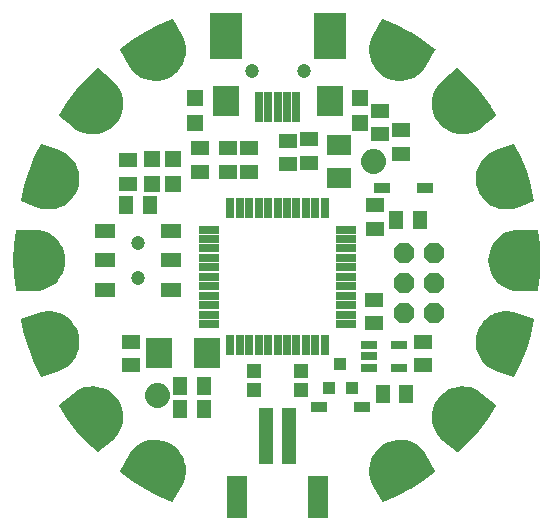
<source format=gbr>
G04 EAGLE Gerber RS-274X export*
G75*
%MOMM*%
%FSLAX34Y34*%
%LPD*%
%INSoldermask Top*%
%IPPOS*%
%AMOC8*
5,1,8,0,0,1.08239X$1,22.5*%
G01*
%ADD10R,1.603200X1.303200*%
%ADD11R,2.006200X1.803200*%
%ADD12R,1.403200X1.403200*%
%ADD13R,2.203200X2.603200*%
%ADD14R,1.303200X1.603200*%
%ADD15R,0.703200X1.703200*%
%ADD16R,1.703200X0.703200*%
%ADD17R,1.203200X1.203200*%
%ADD18R,0.703200X2.511200*%
%ADD19R,2.743200X4.013200*%
%ADD20C,1.203200*%
%ADD21R,1.203200X4.803200*%
%ADD22R,1.803200X3.603200*%
%ADD23R,1.403200X0.753200*%
%ADD24R,1.403200X0.903200*%
%ADD25C,2.743200*%
%ADD26P,1.869504X8X112.500000*%
%ADD27R,0.990600X1.092200*%
%ADD28R,1.703200X1.203200*%

G36*
X199436Y-98791D02*
X199436Y-98791D01*
X199460Y-98793D01*
X199545Y-98770D01*
X199632Y-98754D01*
X199653Y-98742D01*
X199677Y-98735D01*
X199749Y-98684D01*
X199825Y-98639D01*
X199840Y-98620D01*
X199860Y-98606D01*
X199944Y-98489D01*
X199965Y-98464D01*
X199966Y-98459D01*
X199970Y-98454D01*
X205862Y-87135D01*
X205870Y-87112D01*
X205886Y-87085D01*
X210769Y-75296D01*
X210774Y-75272D01*
X210788Y-75244D01*
X214625Y-63074D01*
X214628Y-63049D01*
X214639Y-63020D01*
X217401Y-50562D01*
X217402Y-50538D01*
X217410Y-50514D01*
X217407Y-50426D01*
X217410Y-50338D01*
X217403Y-50315D01*
X217402Y-50290D01*
X217368Y-50208D01*
X217341Y-50125D01*
X217326Y-50105D01*
X217316Y-50083D01*
X217256Y-50018D01*
X217201Y-49949D01*
X217180Y-49936D01*
X217164Y-49918D01*
X217037Y-49850D01*
X217009Y-49833D01*
X217004Y-49832D01*
X216999Y-49829D01*
X202678Y-44616D01*
X202658Y-44613D01*
X202635Y-44602D01*
X199150Y-43609D01*
X199112Y-43605D01*
X199061Y-43590D01*
X195470Y-43103D01*
X195432Y-43105D01*
X195380Y-43097D01*
X191756Y-43126D01*
X191718Y-43133D01*
X191666Y-43133D01*
X188083Y-43678D01*
X188047Y-43690D01*
X187994Y-43698D01*
X184525Y-44746D01*
X184491Y-44763D01*
X184441Y-44778D01*
X181156Y-46310D01*
X181125Y-46332D01*
X181077Y-46354D01*
X178044Y-48337D01*
X178017Y-48364D01*
X177972Y-48392D01*
X175252Y-50787D01*
X175229Y-50817D01*
X175189Y-50852D01*
X172837Y-53609D01*
X172818Y-53642D01*
X172784Y-53682D01*
X170849Y-56746D01*
X170834Y-56782D01*
X170806Y-56826D01*
X169327Y-60134D01*
X169318Y-60171D01*
X169296Y-60219D01*
X168302Y-63705D01*
X168299Y-63743D01*
X168284Y-63793D01*
X167797Y-67384D01*
X167798Y-67422D01*
X167791Y-67475D01*
X167820Y-71099D01*
X167827Y-71136D01*
X167827Y-71189D01*
X168371Y-74772D01*
X168382Y-74804D01*
X168383Y-74824D01*
X168387Y-74836D01*
X168391Y-74860D01*
X169439Y-78329D01*
X169457Y-78363D01*
X169472Y-78414D01*
X171003Y-81698D01*
X171025Y-81729D01*
X171047Y-81777D01*
X173031Y-84810D01*
X173057Y-84838D01*
X173085Y-84882D01*
X175480Y-87602D01*
X175510Y-87626D01*
X175545Y-87666D01*
X178302Y-90017D01*
X178335Y-90036D01*
X178375Y-90071D01*
X181440Y-92006D01*
X181475Y-92020D01*
X181519Y-92048D01*
X184828Y-93528D01*
X184847Y-93533D01*
X184870Y-93545D01*
X199191Y-98757D01*
X199215Y-98761D01*
X199237Y-98772D01*
X199324Y-98780D01*
X199412Y-98795D01*
X199436Y-98791D01*
G37*
G36*
X-191756Y43126D02*
X-191756Y43126D01*
X-191718Y43133D01*
X-191666Y43133D01*
X-188083Y43678D01*
X-188047Y43690D01*
X-187994Y43698D01*
X-184525Y44746D01*
X-184491Y44763D01*
X-184441Y44778D01*
X-181156Y46310D01*
X-181125Y46332D01*
X-181077Y46354D01*
X-178044Y48337D01*
X-178017Y48364D01*
X-177972Y48392D01*
X-175252Y50787D01*
X-175229Y50817D01*
X-175189Y50852D01*
X-172837Y53609D01*
X-172818Y53642D01*
X-172784Y53682D01*
X-170849Y56746D01*
X-170834Y56782D01*
X-170806Y56826D01*
X-169327Y60134D01*
X-169318Y60171D01*
X-169296Y60219D01*
X-168302Y63705D01*
X-168299Y63743D01*
X-168284Y63793D01*
X-167797Y67384D01*
X-167798Y67422D01*
X-167791Y67475D01*
X-167820Y71099D01*
X-167827Y71136D01*
X-167827Y71189D01*
X-168371Y74772D01*
X-168383Y74808D01*
X-168391Y74860D01*
X-169439Y78329D01*
X-169457Y78363D01*
X-169472Y78414D01*
X-171003Y81698D01*
X-171025Y81729D01*
X-171047Y81777D01*
X-173031Y84810D01*
X-173057Y84838D01*
X-173085Y84882D01*
X-175480Y87602D01*
X-175510Y87626D01*
X-175545Y87666D01*
X-178302Y90017D01*
X-178335Y90036D01*
X-178375Y90071D01*
X-181440Y92006D01*
X-181475Y92020D01*
X-181519Y92048D01*
X-184828Y93528D01*
X-184847Y93533D01*
X-184870Y93545D01*
X-199191Y98757D01*
X-199215Y98761D01*
X-199237Y98772D01*
X-199324Y98780D01*
X-199412Y98795D01*
X-199436Y98791D01*
X-199460Y98793D01*
X-199545Y98770D01*
X-199632Y98754D01*
X-199653Y98742D01*
X-199677Y98735D01*
X-199749Y98684D01*
X-199825Y98639D01*
X-199840Y98620D01*
X-199860Y98606D01*
X-199944Y98489D01*
X-199965Y98464D01*
X-199966Y98459D01*
X-199970Y98454D01*
X-205862Y87135D01*
X-205870Y87112D01*
X-205886Y87085D01*
X-210769Y75296D01*
X-210774Y75272D01*
X-210788Y75244D01*
X-214625Y63074D01*
X-214628Y63049D01*
X-214639Y63020D01*
X-217401Y50562D01*
X-217402Y50538D01*
X-217410Y50514D01*
X-217407Y50426D01*
X-217410Y50338D01*
X-217403Y50315D01*
X-217402Y50290D01*
X-217368Y50208D01*
X-217341Y50125D01*
X-217326Y50105D01*
X-217316Y50083D01*
X-217256Y50018D01*
X-217201Y49949D01*
X-217180Y49936D01*
X-217164Y49918D01*
X-217037Y49850D01*
X-217009Y49833D01*
X-217004Y49832D01*
X-216999Y49829D01*
X-202678Y44616D01*
X-202658Y44613D01*
X-202635Y44602D01*
X-199150Y43609D01*
X-199112Y43605D01*
X-199061Y43590D01*
X-195470Y43103D01*
X-195432Y43105D01*
X-195380Y43097D01*
X-191756Y43126D01*
G37*
G36*
X-199399Y-98791D02*
X-199399Y-98791D01*
X-199374Y-98795D01*
X-199233Y-98766D01*
X-199201Y-98761D01*
X-199197Y-98758D01*
X-199191Y-98757D01*
X-184870Y-93545D01*
X-184852Y-93535D01*
X-184828Y-93528D01*
X-181519Y-92048D01*
X-181488Y-92027D01*
X-181440Y-92006D01*
X-178375Y-90071D01*
X-178347Y-90045D01*
X-178302Y-90017D01*
X-175545Y-87666D01*
X-175521Y-87636D01*
X-175480Y-87602D01*
X-173085Y-84882D01*
X-173066Y-84850D01*
X-173031Y-84810D01*
X-171047Y-81777D01*
X-171032Y-81742D01*
X-171003Y-81698D01*
X-169472Y-78414D01*
X-169462Y-78377D01*
X-169439Y-78329D01*
X-168391Y-74860D01*
X-168386Y-74822D01*
X-168371Y-74772D01*
X-167827Y-71189D01*
X-167828Y-71151D01*
X-167820Y-71099D01*
X-167791Y-67475D01*
X-167797Y-67437D01*
X-167797Y-67384D01*
X-168284Y-63793D01*
X-168287Y-63783D01*
X-168287Y-63781D01*
X-168290Y-63774D01*
X-168296Y-63757D01*
X-168302Y-63705D01*
X-169296Y-60219D01*
X-169312Y-60185D01*
X-169327Y-60134D01*
X-170806Y-56826D01*
X-170827Y-56794D01*
X-170849Y-56746D01*
X-172784Y-53682D01*
X-172809Y-53654D01*
X-172837Y-53609D01*
X-175189Y-50852D01*
X-175218Y-50827D01*
X-175252Y-50787D01*
X-177972Y-48392D01*
X-178005Y-48372D01*
X-178044Y-48337D01*
X-181077Y-46354D01*
X-181113Y-46339D01*
X-181156Y-46310D01*
X-184441Y-44778D01*
X-184478Y-44769D01*
X-184525Y-44746D01*
X-186075Y-44278D01*
X-187994Y-43698D01*
X-188032Y-43693D01*
X-188083Y-43678D01*
X-191666Y-43133D01*
X-191704Y-43134D01*
X-191756Y-43126D01*
X-195380Y-43097D01*
X-195417Y-43104D01*
X-195470Y-43103D01*
X-199061Y-43590D01*
X-199098Y-43602D01*
X-199150Y-43609D01*
X-202635Y-44602D01*
X-202653Y-44611D01*
X-202678Y-44616D01*
X-216999Y-49829D01*
X-217020Y-49841D01*
X-217044Y-49847D01*
X-217116Y-49897D01*
X-217193Y-49942D01*
X-217209Y-49960D01*
X-217229Y-49974D01*
X-217279Y-50047D01*
X-217335Y-50115D01*
X-217343Y-50138D01*
X-217358Y-50158D01*
X-217380Y-50244D01*
X-217409Y-50327D01*
X-217408Y-50351D01*
X-217414Y-50375D01*
X-217404Y-50519D01*
X-217404Y-50551D01*
X-217402Y-50556D01*
X-217401Y-50562D01*
X-214639Y-63020D01*
X-214630Y-63043D01*
X-214625Y-63074D01*
X-210788Y-75244D01*
X-210777Y-75265D01*
X-210769Y-75296D01*
X-205886Y-87085D01*
X-205872Y-87106D01*
X-205862Y-87135D01*
X-199970Y-98454D01*
X-199955Y-98473D01*
X-199946Y-98496D01*
X-199887Y-98562D01*
X-199833Y-98632D01*
X-199812Y-98644D01*
X-199796Y-98663D01*
X-199717Y-98704D01*
X-199643Y-98750D01*
X-199619Y-98755D01*
X-199597Y-98766D01*
X-199509Y-98778D01*
X-199423Y-98795D01*
X-199399Y-98791D01*
G37*
G36*
X195417Y43104D02*
X195417Y43104D01*
X195470Y43103D01*
X199061Y43590D01*
X199098Y43602D01*
X199150Y43609D01*
X202635Y44602D01*
X202653Y44611D01*
X202678Y44616D01*
X216999Y49829D01*
X217020Y49841D01*
X217044Y49847D01*
X217116Y49897D01*
X217193Y49942D01*
X217209Y49960D01*
X217229Y49974D01*
X217279Y50047D01*
X217335Y50115D01*
X217343Y50138D01*
X217358Y50158D01*
X217380Y50244D01*
X217409Y50327D01*
X217408Y50351D01*
X217414Y50375D01*
X217404Y50519D01*
X217404Y50551D01*
X217402Y50556D01*
X217401Y50562D01*
X214639Y63020D01*
X214630Y63043D01*
X214625Y63074D01*
X210788Y75244D01*
X210777Y75265D01*
X210769Y75296D01*
X205886Y87085D01*
X205872Y87106D01*
X205862Y87135D01*
X199970Y98454D01*
X199955Y98473D01*
X199946Y98496D01*
X199887Y98562D01*
X199833Y98632D01*
X199812Y98644D01*
X199796Y98663D01*
X199717Y98704D01*
X199643Y98750D01*
X199619Y98755D01*
X199597Y98766D01*
X199509Y98778D01*
X199423Y98795D01*
X199399Y98791D01*
X199374Y98795D01*
X199233Y98766D01*
X199201Y98761D01*
X199197Y98758D01*
X199191Y98757D01*
X184870Y93545D01*
X184852Y93535D01*
X184828Y93528D01*
X181519Y92048D01*
X181488Y92027D01*
X181440Y92006D01*
X178375Y90071D01*
X178347Y90045D01*
X178302Y90017D01*
X175545Y87666D01*
X175521Y87636D01*
X175480Y87602D01*
X173085Y84882D01*
X173066Y84850D01*
X173031Y84810D01*
X171047Y81777D01*
X171032Y81742D01*
X171003Y81698D01*
X169472Y78414D01*
X169462Y78377D01*
X169439Y78329D01*
X168391Y74860D01*
X168386Y74822D01*
X168371Y74772D01*
X167827Y71189D01*
X167828Y71151D01*
X167820Y71099D01*
X167791Y67475D01*
X167797Y67437D01*
X167797Y67384D01*
X168284Y63793D01*
X168296Y63757D01*
X168302Y63705D01*
X169296Y60219D01*
X169312Y60185D01*
X169327Y60134D01*
X170806Y56826D01*
X170827Y56794D01*
X170849Y56746D01*
X172784Y53682D01*
X172809Y53654D01*
X172837Y53609D01*
X175189Y50852D01*
X175218Y50827D01*
X175252Y50787D01*
X177972Y48392D01*
X178005Y48372D01*
X178044Y48337D01*
X181077Y46354D01*
X181113Y46339D01*
X181156Y46310D01*
X184441Y44778D01*
X184478Y44769D01*
X184525Y44746D01*
X185691Y44394D01*
X187790Y43759D01*
X187994Y43698D01*
X188032Y43693D01*
X188083Y43678D01*
X191666Y43133D01*
X191704Y43134D01*
X191756Y43126D01*
X195380Y43097D01*
X195417Y43104D01*
G37*
G36*
X-156264Y106689D02*
X-156264Y106689D01*
X-156212Y106686D01*
X-152602Y107002D01*
X-152565Y107012D01*
X-152512Y107016D01*
X-148984Y107842D01*
X-148949Y107857D01*
X-148897Y107869D01*
X-145522Y109189D01*
X-145490Y109209D01*
X-145441Y109228D01*
X-142288Y111015D01*
X-142258Y111040D01*
X-142212Y111065D01*
X-139346Y113283D01*
X-139321Y113311D01*
X-139279Y113343D01*
X-136757Y115946D01*
X-136736Y115978D01*
X-136699Y116016D01*
X-134573Y118951D01*
X-134557Y118985D01*
X-134526Y119028D01*
X-132840Y122236D01*
X-132828Y122272D01*
X-132803Y122319D01*
X-131591Y125734D01*
X-131585Y125771D01*
X-131567Y125821D01*
X-130853Y129374D01*
X-130852Y129406D01*
X-130846Y129423D01*
X-130847Y129437D01*
X-130841Y129464D01*
X-130640Y133082D01*
X-130645Y133120D01*
X-130641Y133173D01*
X-130957Y136783D01*
X-130967Y136820D01*
X-130972Y136872D01*
X-131798Y140401D01*
X-131813Y140436D01*
X-131825Y140487D01*
X-133145Y143862D01*
X-133165Y143895D01*
X-133184Y143944D01*
X-134971Y147097D01*
X-134995Y147126D01*
X-135021Y147172D01*
X-137239Y150038D01*
X-137267Y150064D01*
X-137299Y150106D01*
X-139902Y152627D01*
X-139919Y152639D01*
X-139936Y152658D01*
X-151610Y162454D01*
X-151631Y162466D01*
X-151648Y162484D01*
X-151728Y162521D01*
X-151805Y162565D01*
X-151829Y162569D01*
X-151851Y162580D01*
X-151939Y162588D01*
X-152026Y162602D01*
X-152050Y162598D01*
X-152075Y162600D01*
X-152160Y162576D01*
X-152246Y162560D01*
X-152267Y162547D01*
X-152291Y162540D01*
X-152410Y162460D01*
X-152438Y162443D01*
X-152441Y162439D01*
X-152446Y162436D01*
X-161854Y153815D01*
X-161869Y153795D01*
X-161894Y153776D01*
X-170515Y144367D01*
X-170528Y144347D01*
X-170550Y144325D01*
X-178318Y134201D01*
X-178330Y134180D01*
X-178350Y134156D01*
X-185206Y123394D01*
X-185216Y123371D01*
X-185231Y123352D01*
X-185258Y123268D01*
X-185292Y123186D01*
X-185292Y123162D01*
X-185300Y123138D01*
X-185296Y123050D01*
X-185299Y122962D01*
X-185291Y122939D01*
X-185290Y122914D01*
X-185256Y122833D01*
X-185228Y122749D01*
X-185213Y122730D01*
X-185203Y122707D01*
X-185108Y122600D01*
X-185088Y122574D01*
X-185083Y122572D01*
X-185079Y122567D01*
X-173405Y112771D01*
X-173387Y112761D01*
X-173369Y112743D01*
X-170434Y110618D01*
X-170399Y110601D01*
X-170357Y110570D01*
X-167149Y108884D01*
X-167112Y108872D01*
X-167066Y108848D01*
X-163651Y107635D01*
X-163613Y107629D01*
X-163564Y107611D01*
X-160011Y106897D01*
X-159972Y106896D01*
X-159921Y106885D01*
X-156302Y106684D01*
X-156264Y106689D01*
G37*
G36*
X-152013Y-162598D02*
X-152013Y-162598D01*
X-151989Y-162602D01*
X-151903Y-162582D01*
X-151815Y-162569D01*
X-151794Y-162557D01*
X-151770Y-162552D01*
X-151647Y-162476D01*
X-151619Y-162461D01*
X-151615Y-162457D01*
X-151610Y-162454D01*
X-139936Y-152658D01*
X-139923Y-152642D01*
X-139902Y-152627D01*
X-137299Y-150106D01*
X-137277Y-150075D01*
X-137239Y-150038D01*
X-135021Y-147172D01*
X-135004Y-147138D01*
X-134971Y-147097D01*
X-133184Y-143944D01*
X-133171Y-143908D01*
X-133145Y-143862D01*
X-131825Y-140487D01*
X-131818Y-140450D01*
X-131798Y-140401D01*
X-130972Y-136872D01*
X-130970Y-136834D01*
X-130957Y-136783D01*
X-130641Y-133173D01*
X-130645Y-133135D01*
X-130640Y-133082D01*
X-130841Y-129464D01*
X-130850Y-129427D01*
X-130853Y-129374D01*
X-131567Y-125821D01*
X-131581Y-125785D01*
X-131591Y-125734D01*
X-132803Y-122319D01*
X-132822Y-122285D01*
X-132840Y-122236D01*
X-134526Y-119028D01*
X-134549Y-118998D01*
X-134573Y-118951D01*
X-136699Y-116016D01*
X-136726Y-115989D01*
X-136757Y-115946D01*
X-139279Y-113343D01*
X-139310Y-113321D01*
X-139346Y-113283D01*
X-142212Y-111065D01*
X-142246Y-111048D01*
X-142288Y-111015D01*
X-145441Y-109228D01*
X-145477Y-109216D01*
X-145522Y-109189D01*
X-148897Y-107869D01*
X-148935Y-107862D01*
X-148984Y-107842D01*
X-152512Y-107016D01*
X-152550Y-107014D01*
X-152602Y-107002D01*
X-156212Y-106686D01*
X-156250Y-106689D01*
X-156302Y-106684D01*
X-159921Y-106885D01*
X-159958Y-106894D01*
X-160011Y-106897D01*
X-163564Y-107611D01*
X-163599Y-107625D01*
X-163651Y-107635D01*
X-167066Y-108848D01*
X-167099Y-108866D01*
X-167149Y-108884D01*
X-170357Y-110570D01*
X-170387Y-110593D01*
X-170434Y-110618D01*
X-173369Y-112743D01*
X-173383Y-112758D01*
X-173405Y-112771D01*
X-185079Y-122567D01*
X-185095Y-122586D01*
X-185115Y-122600D01*
X-185166Y-122671D01*
X-185223Y-122739D01*
X-185231Y-122762D01*
X-185245Y-122782D01*
X-185268Y-122868D01*
X-185297Y-122951D01*
X-185297Y-122975D01*
X-185303Y-122999D01*
X-185295Y-123087D01*
X-185294Y-123175D01*
X-185285Y-123198D01*
X-185283Y-123222D01*
X-185224Y-123353D01*
X-185212Y-123384D01*
X-185209Y-123388D01*
X-185206Y-123394D01*
X-178350Y-134156D01*
X-178333Y-134174D01*
X-178318Y-134201D01*
X-170550Y-144325D01*
X-170532Y-144341D01*
X-170515Y-144367D01*
X-161894Y-153776D01*
X-161874Y-153790D01*
X-161854Y-153815D01*
X-152446Y-162436D01*
X-152426Y-162449D01*
X-152409Y-162467D01*
X-152331Y-162508D01*
X-152257Y-162556D01*
X-152233Y-162561D01*
X-152211Y-162572D01*
X-152124Y-162584D01*
X-152037Y-162602D01*
X-152013Y-162598D01*
G37*
G36*
X152050Y-162598D02*
X152050Y-162598D01*
X152075Y-162600D01*
X152160Y-162576D01*
X152246Y-162560D01*
X152267Y-162547D01*
X152291Y-162540D01*
X152410Y-162460D01*
X152438Y-162443D01*
X152441Y-162439D01*
X152446Y-162436D01*
X161854Y-153815D01*
X161869Y-153795D01*
X161894Y-153776D01*
X170515Y-144367D01*
X170528Y-144347D01*
X170550Y-144325D01*
X178318Y-134201D01*
X178330Y-134180D01*
X178350Y-134156D01*
X185206Y-123394D01*
X185216Y-123371D01*
X185231Y-123352D01*
X185258Y-123268D01*
X185292Y-123186D01*
X185292Y-123162D01*
X185300Y-123138D01*
X185296Y-123050D01*
X185299Y-122962D01*
X185291Y-122939D01*
X185290Y-122914D01*
X185256Y-122833D01*
X185228Y-122749D01*
X185213Y-122730D01*
X185203Y-122707D01*
X185108Y-122600D01*
X185088Y-122574D01*
X185083Y-122572D01*
X185079Y-122567D01*
X173405Y-112771D01*
X173387Y-112761D01*
X173369Y-112743D01*
X170434Y-110618D01*
X170399Y-110601D01*
X170357Y-110570D01*
X167149Y-108884D01*
X167112Y-108872D01*
X167066Y-108848D01*
X163651Y-107635D01*
X163613Y-107629D01*
X163564Y-107611D01*
X160011Y-106897D01*
X159972Y-106896D01*
X159921Y-106885D01*
X156302Y-106684D01*
X156264Y-106689D01*
X156212Y-106686D01*
X152602Y-107002D01*
X152565Y-107012D01*
X152512Y-107016D01*
X148984Y-107842D01*
X148949Y-107857D01*
X148897Y-107869D01*
X145522Y-109189D01*
X145490Y-109209D01*
X145441Y-109228D01*
X142288Y-111015D01*
X142258Y-111040D01*
X142212Y-111065D01*
X139346Y-113283D01*
X139321Y-113311D01*
X139279Y-113343D01*
X136757Y-115946D01*
X136736Y-115978D01*
X136699Y-116016D01*
X134573Y-118951D01*
X134557Y-118985D01*
X134526Y-119028D01*
X132840Y-122236D01*
X132828Y-122272D01*
X132803Y-122319D01*
X131591Y-125734D01*
X131585Y-125771D01*
X131567Y-125821D01*
X130853Y-129374D01*
X130852Y-129412D01*
X130841Y-129464D01*
X130640Y-133082D01*
X130645Y-133120D01*
X130641Y-133173D01*
X130957Y-136783D01*
X130967Y-136820D01*
X130972Y-136872D01*
X131798Y-140401D01*
X131813Y-140436D01*
X131825Y-140487D01*
X133145Y-143862D01*
X133165Y-143895D01*
X133184Y-143944D01*
X134971Y-147097D01*
X134995Y-147126D01*
X135021Y-147172D01*
X137239Y-150038D01*
X137267Y-150064D01*
X137299Y-150106D01*
X139902Y-152627D01*
X139919Y-152639D01*
X139936Y-152658D01*
X151610Y-162454D01*
X151631Y-162466D01*
X151648Y-162484D01*
X151728Y-162521D01*
X151805Y-162565D01*
X151829Y-162569D01*
X151851Y-162580D01*
X151939Y-162588D01*
X152026Y-162602D01*
X152050Y-162598D01*
G37*
G36*
X159921Y106885D02*
X159921Y106885D01*
X159958Y106894D01*
X160011Y106897D01*
X163564Y107611D01*
X163599Y107625D01*
X163651Y107635D01*
X167066Y108848D01*
X167099Y108866D01*
X167149Y108884D01*
X170357Y110570D01*
X170387Y110593D01*
X170434Y110618D01*
X173369Y112743D01*
X173383Y112758D01*
X173405Y112771D01*
X185079Y122567D01*
X185095Y122586D01*
X185115Y122600D01*
X185166Y122671D01*
X185223Y122739D01*
X185231Y122762D01*
X185245Y122782D01*
X185268Y122868D01*
X185297Y122951D01*
X185297Y122975D01*
X185303Y122999D01*
X185295Y123087D01*
X185294Y123175D01*
X185285Y123198D01*
X185283Y123222D01*
X185224Y123353D01*
X185212Y123384D01*
X185209Y123388D01*
X185206Y123394D01*
X185131Y123512D01*
X184727Y124146D01*
X184727Y124147D01*
X184323Y124781D01*
X183919Y125415D01*
X183515Y126049D01*
X183111Y126683D01*
X183111Y126684D01*
X183110Y126684D01*
X182706Y127318D01*
X182302Y127952D01*
X181898Y128586D01*
X181494Y129220D01*
X181494Y129221D01*
X181090Y129855D01*
X180686Y130489D01*
X178350Y134156D01*
X178333Y134174D01*
X178318Y134201D01*
X170550Y144325D01*
X170532Y144341D01*
X170515Y144367D01*
X161894Y153776D01*
X161874Y153790D01*
X161854Y153815D01*
X152446Y162436D01*
X152426Y162449D01*
X152409Y162467D01*
X152331Y162508D01*
X152257Y162556D01*
X152233Y162561D01*
X152211Y162572D01*
X152124Y162584D01*
X152037Y162602D01*
X152013Y162598D01*
X151989Y162602D01*
X151903Y162582D01*
X151815Y162569D01*
X151794Y162557D01*
X151770Y162552D01*
X151647Y162476D01*
X151619Y162461D01*
X151615Y162457D01*
X151610Y162454D01*
X139936Y152658D01*
X139923Y152642D01*
X139902Y152627D01*
X137299Y150106D01*
X137277Y150075D01*
X137239Y150038D01*
X135021Y147172D01*
X135004Y147138D01*
X134971Y147097D01*
X133184Y143944D01*
X133171Y143908D01*
X133145Y143862D01*
X131825Y140487D01*
X131818Y140450D01*
X131798Y140401D01*
X130972Y136872D01*
X130970Y136834D01*
X130957Y136783D01*
X130641Y133173D01*
X130645Y133135D01*
X130640Y133082D01*
X130841Y129464D01*
X130850Y129427D01*
X130853Y129374D01*
X131567Y125821D01*
X131581Y125785D01*
X131591Y125734D01*
X132803Y122319D01*
X132822Y122285D01*
X132840Y122236D01*
X134526Y119028D01*
X134549Y118998D01*
X134573Y118951D01*
X136699Y116016D01*
X136726Y115989D01*
X136757Y115946D01*
X139279Y113343D01*
X139310Y113321D01*
X139346Y113283D01*
X142212Y111065D01*
X142246Y111048D01*
X142288Y111015D01*
X145441Y109228D01*
X145477Y109216D01*
X145522Y109189D01*
X148897Y107869D01*
X148935Y107862D01*
X148984Y107842D01*
X152512Y107016D01*
X152550Y107014D01*
X152602Y107002D01*
X156212Y106686D01*
X156250Y106689D01*
X156302Y106684D01*
X159921Y106885D01*
G37*
G36*
X89164Y-204407D02*
X89164Y-204407D01*
X89189Y-204409D01*
X89329Y-204374D01*
X89360Y-204367D01*
X89365Y-204365D01*
X89371Y-204363D01*
X101160Y-199480D01*
X101181Y-199467D01*
X101210Y-199456D01*
X112529Y-193564D01*
X112548Y-193549D01*
X112577Y-193537D01*
X123339Y-186680D01*
X123357Y-186664D01*
X123384Y-186649D01*
X133508Y-178880D01*
X133525Y-178862D01*
X133545Y-178849D01*
X133600Y-178780D01*
X133659Y-178714D01*
X133668Y-178692D01*
X133683Y-178672D01*
X133710Y-178589D01*
X133743Y-178506D01*
X133744Y-178482D01*
X133751Y-178459D01*
X133747Y-178370D01*
X133749Y-178282D01*
X133741Y-178259D01*
X133740Y-178234D01*
X133687Y-178101D01*
X133677Y-178070D01*
X133674Y-178066D01*
X133671Y-178060D01*
X126051Y-164862D01*
X126038Y-164846D01*
X126027Y-164823D01*
X123996Y-161822D01*
X123969Y-161795D01*
X123940Y-161751D01*
X121502Y-159070D01*
X121472Y-159046D01*
X121437Y-159007D01*
X118642Y-156700D01*
X118609Y-156681D01*
X118569Y-156647D01*
X115474Y-154761D01*
X115438Y-154747D01*
X115394Y-154720D01*
X112062Y-153293D01*
X112025Y-153284D01*
X111977Y-153263D01*
X108476Y-152325D01*
X108438Y-152322D01*
X108387Y-152308D01*
X104789Y-151878D01*
X104751Y-151880D01*
X104698Y-151874D01*
X101075Y-151960D01*
X101038Y-151968D01*
X100985Y-151969D01*
X97412Y-152569D01*
X97376Y-152582D01*
X97324Y-152591D01*
X93872Y-153694D01*
X93845Y-153708D01*
X93829Y-153711D01*
X93815Y-153719D01*
X93788Y-153728D01*
X90528Y-155311D01*
X90497Y-155334D01*
X90450Y-155357D01*
X87448Y-157388D01*
X87421Y-157415D01*
X87377Y-157444D01*
X84696Y-159882D01*
X84672Y-159912D01*
X84633Y-159947D01*
X82326Y-162742D01*
X82307Y-162775D01*
X82273Y-162815D01*
X80387Y-165910D01*
X80373Y-165945D01*
X80346Y-165990D01*
X78919Y-169322D01*
X78910Y-169359D01*
X78889Y-169407D01*
X77951Y-172908D01*
X77948Y-172946D01*
X77934Y-172997D01*
X77504Y-176595D01*
X77506Y-176633D01*
X77500Y-176685D01*
X77586Y-180308D01*
X77594Y-180346D01*
X77595Y-180399D01*
X78196Y-183972D01*
X78208Y-184008D01*
X78217Y-184060D01*
X79320Y-187512D01*
X79338Y-187546D01*
X79354Y-187596D01*
X80937Y-190856D01*
X80949Y-190872D01*
X80959Y-190896D01*
X88579Y-204094D01*
X88594Y-204113D01*
X88604Y-204135D01*
X88666Y-204198D01*
X88723Y-204266D01*
X88745Y-204278D01*
X88762Y-204295D01*
X88842Y-204333D01*
X88919Y-204376D01*
X88943Y-204380D01*
X88965Y-204390D01*
X89053Y-204397D01*
X89140Y-204411D01*
X89164Y-204407D01*
G37*
G36*
X-205720Y-26031D02*
X-205720Y-26031D01*
X-205695Y-26033D01*
X-202080Y-25774D01*
X-202043Y-25765D01*
X-201990Y-25761D01*
X-198449Y-24991D01*
X-198414Y-24976D01*
X-198362Y-24965D01*
X-194967Y-23699D01*
X-194934Y-23679D01*
X-194885Y-23661D01*
X-191704Y-21925D01*
X-191674Y-21901D01*
X-191628Y-21876D01*
X-188726Y-19704D01*
X-188700Y-19676D01*
X-188658Y-19645D01*
X-186096Y-17082D01*
X-186074Y-17051D01*
X-186036Y-17014D01*
X-183864Y-14112D01*
X-183847Y-14078D01*
X-183816Y-14036D01*
X-182079Y-10856D01*
X-182067Y-10819D01*
X-182041Y-10773D01*
X-180775Y-7378D01*
X-180768Y-7340D01*
X-180749Y-7291D01*
X-179979Y-3750D01*
X-179977Y-3712D01*
X-179966Y-3660D01*
X-179707Y-45D01*
X-179711Y-7D01*
X-179707Y45D01*
X-179966Y3660D01*
X-179975Y3697D01*
X-179979Y3750D01*
X-180749Y7291D01*
X-180764Y7326D01*
X-180775Y7378D01*
X-182041Y10773D01*
X-182061Y10806D01*
X-182079Y10856D01*
X-183816Y14036D01*
X-183839Y14066D01*
X-183864Y14112D01*
X-186036Y17014D01*
X-186064Y17040D01*
X-186096Y17082D01*
X-188658Y19645D01*
X-188689Y19666D01*
X-188726Y19704D01*
X-191628Y21876D01*
X-191662Y21893D01*
X-191704Y21925D01*
X-194885Y23661D01*
X-194921Y23673D01*
X-194967Y23699D01*
X-198362Y24965D01*
X-198400Y24972D01*
X-198449Y24991D01*
X-201990Y25761D01*
X-202028Y25763D01*
X-202080Y25774D01*
X-205695Y26033D01*
X-205715Y26031D01*
X-205740Y26034D01*
X-220980Y26034D01*
X-221004Y26030D01*
X-221028Y26032D01*
X-221114Y26010D01*
X-221201Y25995D01*
X-221222Y25982D01*
X-221246Y25976D01*
X-221318Y25925D01*
X-221394Y25880D01*
X-221409Y25862D01*
X-221430Y25847D01*
X-221480Y25775D01*
X-221535Y25706D01*
X-221543Y25683D01*
X-221557Y25663D01*
X-221597Y25525D01*
X-221607Y25494D01*
X-221607Y25489D01*
X-221609Y25483D01*
X-223274Y12831D01*
X-223273Y12807D01*
X-223279Y12776D01*
X-223836Y28D01*
X-223833Y3D01*
X-223836Y-28D01*
X-223279Y-12776D01*
X-223274Y-12800D01*
X-223274Y-12831D01*
X-221609Y-25483D01*
X-221601Y-25506D01*
X-221601Y-25531D01*
X-221568Y-25612D01*
X-221541Y-25697D01*
X-221526Y-25716D01*
X-221516Y-25738D01*
X-221457Y-25804D01*
X-221402Y-25873D01*
X-221382Y-25886D01*
X-221365Y-25904D01*
X-221286Y-25944D01*
X-221211Y-25991D01*
X-221187Y-25995D01*
X-221165Y-26007D01*
X-221023Y-26028D01*
X-220991Y-26034D01*
X-220986Y-26033D01*
X-220980Y-26034D01*
X-205740Y-26034D01*
X-205720Y-26031D01*
G37*
G36*
X219734Y-26030D02*
X219734Y-26030D01*
X219758Y-26032D01*
X219844Y-26010D01*
X219931Y-25995D01*
X219952Y-25982D01*
X219976Y-25976D01*
X220048Y-25925D01*
X220124Y-25880D01*
X220139Y-25862D01*
X220160Y-25847D01*
X220210Y-25775D01*
X220265Y-25706D01*
X220273Y-25683D01*
X220287Y-25663D01*
X220327Y-25525D01*
X220337Y-25494D01*
X220337Y-25489D01*
X220339Y-25483D01*
X222004Y-12831D01*
X222003Y-12811D01*
X222004Y-12809D01*
X222004Y-12803D01*
X222009Y-12776D01*
X222566Y-28D01*
X222563Y-3D01*
X222566Y28D01*
X222009Y12776D01*
X222004Y12800D01*
X222004Y12831D01*
X220339Y25483D01*
X220331Y25506D01*
X220331Y25531D01*
X220298Y25612D01*
X220271Y25697D01*
X220256Y25716D01*
X220246Y25738D01*
X220187Y25804D01*
X220132Y25873D01*
X220112Y25886D01*
X220095Y25904D01*
X220016Y25944D01*
X219941Y25991D01*
X219917Y25995D01*
X219895Y26007D01*
X219753Y26028D01*
X219721Y26034D01*
X219716Y26033D01*
X219710Y26034D01*
X204470Y26034D01*
X204450Y26031D01*
X204425Y26033D01*
X200810Y25774D01*
X200773Y25765D01*
X200720Y25761D01*
X197179Y24991D01*
X197144Y24976D01*
X197092Y24965D01*
X194589Y24032D01*
X193697Y23699D01*
X193664Y23679D01*
X193615Y23661D01*
X190434Y21925D01*
X190404Y21901D01*
X190358Y21876D01*
X187456Y19704D01*
X187430Y19676D01*
X187388Y19645D01*
X184826Y17082D01*
X184804Y17051D01*
X184766Y17014D01*
X182594Y14112D01*
X182577Y14078D01*
X182546Y14036D01*
X180809Y10856D01*
X180797Y10819D01*
X180771Y10773D01*
X179505Y7378D01*
X179498Y7340D01*
X179479Y7291D01*
X178709Y3750D01*
X178707Y3712D01*
X178696Y3660D01*
X178437Y45D01*
X178441Y7D01*
X178437Y-45D01*
X178696Y-3660D01*
X178705Y-3697D01*
X178709Y-3750D01*
X179479Y-7291D01*
X179494Y-7326D01*
X179505Y-7378D01*
X180771Y-10773D01*
X180791Y-10806D01*
X180809Y-10856D01*
X182546Y-14036D01*
X182569Y-14066D01*
X182594Y-14112D01*
X184766Y-17014D01*
X184794Y-17040D01*
X184826Y-17082D01*
X187388Y-19645D01*
X187419Y-19666D01*
X187456Y-19704D01*
X190358Y-21876D01*
X190392Y-21893D01*
X190434Y-21925D01*
X193615Y-23661D01*
X193651Y-23673D01*
X193697Y-23699D01*
X197092Y-24965D01*
X197130Y-24972D01*
X197179Y-24991D01*
X200720Y-25761D01*
X200758Y-25763D01*
X200810Y-25774D01*
X204425Y-26033D01*
X204445Y-26031D01*
X204470Y-26034D01*
X219710Y-26034D01*
X219734Y-26030D01*
G37*
G36*
X-101075Y151960D02*
X-101075Y151960D01*
X-101038Y151968D01*
X-100985Y151969D01*
X-97412Y152569D01*
X-97376Y152582D01*
X-97324Y152591D01*
X-93872Y153694D01*
X-93838Y153712D01*
X-93788Y153728D01*
X-90528Y155311D01*
X-90497Y155334D01*
X-90450Y155357D01*
X-87448Y157388D01*
X-87421Y157415D01*
X-87377Y157444D01*
X-84696Y159882D01*
X-84672Y159912D01*
X-84633Y159947D01*
X-82326Y162742D01*
X-82307Y162775D01*
X-82273Y162815D01*
X-80387Y165910D01*
X-80373Y165945D01*
X-80346Y165990D01*
X-78919Y169322D01*
X-78910Y169359D01*
X-78889Y169407D01*
X-77951Y172908D01*
X-77948Y172946D01*
X-77934Y172997D01*
X-77504Y176595D01*
X-77506Y176633D01*
X-77500Y176685D01*
X-77586Y180308D01*
X-77594Y180346D01*
X-77595Y180399D01*
X-78196Y183972D01*
X-78208Y184008D01*
X-78217Y184060D01*
X-79320Y187512D01*
X-79338Y187546D01*
X-79354Y187596D01*
X-80937Y190856D01*
X-80949Y190872D01*
X-80959Y190896D01*
X-88579Y204094D01*
X-88594Y204113D01*
X-88604Y204135D01*
X-88666Y204198D01*
X-88723Y204266D01*
X-88745Y204278D01*
X-88762Y204295D01*
X-88842Y204333D01*
X-88919Y204376D01*
X-88943Y204380D01*
X-88965Y204390D01*
X-89053Y204397D01*
X-89140Y204411D01*
X-89164Y204407D01*
X-89189Y204409D01*
X-89329Y204374D01*
X-89360Y204367D01*
X-89365Y204365D01*
X-89371Y204363D01*
X-101160Y199480D01*
X-101181Y199467D01*
X-101210Y199456D01*
X-112529Y193564D01*
X-112548Y193549D01*
X-112577Y193537D01*
X-123339Y186680D01*
X-123357Y186664D01*
X-123384Y186649D01*
X-133508Y178880D01*
X-133525Y178862D01*
X-133545Y178849D01*
X-133600Y178780D01*
X-133659Y178714D01*
X-133668Y178692D01*
X-133683Y178672D01*
X-133710Y178589D01*
X-133743Y178506D01*
X-133744Y178482D01*
X-133751Y178459D01*
X-133747Y178370D01*
X-133749Y178282D01*
X-133741Y178259D01*
X-133740Y178234D01*
X-133687Y178101D01*
X-133677Y178070D01*
X-133674Y178066D01*
X-133671Y178060D01*
X-126051Y164862D01*
X-126048Y164858D01*
X-126046Y164854D01*
X-126037Y164844D01*
X-126027Y164823D01*
X-123996Y161822D01*
X-123969Y161795D01*
X-123940Y161751D01*
X-121502Y159070D01*
X-121472Y159046D01*
X-121437Y159007D01*
X-118642Y156700D01*
X-118609Y156681D01*
X-118569Y156647D01*
X-115474Y154761D01*
X-115438Y154747D01*
X-115394Y154720D01*
X-112062Y153293D01*
X-112025Y153284D01*
X-111977Y153263D01*
X-108476Y152325D01*
X-108438Y152322D01*
X-108387Y152308D01*
X-104789Y151878D01*
X-104751Y151880D01*
X-104698Y151874D01*
X-101075Y151960D01*
G37*
G36*
X104736Y151880D02*
X104736Y151880D01*
X104789Y151878D01*
X108387Y152308D01*
X108424Y152319D01*
X108476Y152325D01*
X111977Y153263D01*
X112011Y153280D01*
X112062Y153293D01*
X115394Y154720D01*
X115425Y154740D01*
X115474Y154761D01*
X118569Y156647D01*
X118597Y156672D01*
X118642Y156700D01*
X121437Y159007D01*
X121462Y159036D01*
X121502Y159070D01*
X123940Y161751D01*
X123960Y161783D01*
X123996Y161822D01*
X126027Y164823D01*
X126035Y164842D01*
X126051Y164862D01*
X133671Y178060D01*
X133680Y178083D01*
X133694Y178103D01*
X133717Y178188D01*
X133747Y178271D01*
X133747Y178296D01*
X133754Y178319D01*
X133746Y178407D01*
X133745Y178496D01*
X133736Y178518D01*
X133734Y178543D01*
X133697Y178623D01*
X133665Y178705D01*
X133649Y178723D01*
X133638Y178746D01*
X133539Y178849D01*
X133517Y178874D01*
X133512Y178876D01*
X133508Y178880D01*
X133331Y179016D01*
X132505Y179650D01*
X131678Y180284D01*
X131678Y180285D01*
X130852Y180919D01*
X130025Y181553D01*
X129199Y182187D01*
X129198Y182187D01*
X128372Y182821D01*
X128372Y182822D01*
X127545Y183456D01*
X126719Y184090D01*
X125892Y184724D01*
X125066Y185358D01*
X125066Y185359D01*
X124239Y185993D01*
X123413Y186627D01*
X123412Y186627D01*
X123384Y186649D01*
X123363Y186660D01*
X123339Y186680D01*
X112577Y193537D01*
X112554Y193546D01*
X112529Y193564D01*
X101210Y199456D01*
X101187Y199464D01*
X101160Y199480D01*
X89371Y204363D01*
X89347Y204368D01*
X89325Y204380D01*
X89238Y204392D01*
X89151Y204411D01*
X89127Y204408D01*
X89103Y204411D01*
X89017Y204392D01*
X88929Y204380D01*
X88908Y204368D01*
X88884Y204363D01*
X88810Y204315D01*
X88732Y204273D01*
X88716Y204254D01*
X88695Y204241D01*
X88606Y204129D01*
X88584Y204104D01*
X88583Y204099D01*
X88579Y204094D01*
X80959Y190896D01*
X80952Y190878D01*
X80945Y190869D01*
X80943Y190864D01*
X80937Y190856D01*
X79354Y187596D01*
X79344Y187560D01*
X79320Y187512D01*
X78217Y184060D01*
X78212Y184023D01*
X78196Y183972D01*
X77595Y180399D01*
X77595Y180360D01*
X77586Y180308D01*
X77500Y176685D01*
X77506Y176648D01*
X77504Y176595D01*
X77934Y172997D01*
X77945Y172960D01*
X77951Y172908D01*
X78889Y169407D01*
X78906Y169373D01*
X78919Y169322D01*
X80346Y165990D01*
X80367Y165958D01*
X80387Y165910D01*
X82273Y162815D01*
X82298Y162787D01*
X82326Y162742D01*
X84633Y159947D01*
X84662Y159922D01*
X84696Y159882D01*
X87377Y157444D01*
X87409Y157424D01*
X87448Y157388D01*
X90450Y155357D01*
X90484Y155341D01*
X90528Y155311D01*
X93788Y153728D01*
X93824Y153718D01*
X93872Y153694D01*
X97324Y152591D01*
X97361Y152586D01*
X97412Y152569D01*
X100985Y151969D01*
X101024Y151969D01*
X101075Y151960D01*
X104698Y151874D01*
X104736Y151880D01*
G37*
G36*
X-89127Y-204408D02*
X-89127Y-204408D01*
X-89103Y-204411D01*
X-89017Y-204392D01*
X-88929Y-204380D01*
X-88908Y-204368D01*
X-88884Y-204363D01*
X-88810Y-204315D01*
X-88732Y-204273D01*
X-88716Y-204254D01*
X-88695Y-204241D01*
X-88606Y-204129D01*
X-88584Y-204104D01*
X-88583Y-204099D01*
X-88579Y-204094D01*
X-80959Y-190896D01*
X-80952Y-190877D01*
X-80937Y-190856D01*
X-79354Y-187596D01*
X-79344Y-187560D01*
X-79320Y-187512D01*
X-78217Y-184060D01*
X-78212Y-184023D01*
X-78196Y-183972D01*
X-77595Y-180399D01*
X-77595Y-180360D01*
X-77586Y-180308D01*
X-77500Y-176685D01*
X-77506Y-176648D01*
X-77504Y-176595D01*
X-77934Y-172997D01*
X-77945Y-172960D01*
X-77951Y-172908D01*
X-78889Y-169407D01*
X-78906Y-169373D01*
X-78919Y-169322D01*
X-80346Y-165990D01*
X-80367Y-165958D01*
X-80387Y-165910D01*
X-82273Y-162815D01*
X-82298Y-162787D01*
X-82326Y-162742D01*
X-84633Y-159947D01*
X-84662Y-159922D01*
X-84696Y-159882D01*
X-87377Y-157444D01*
X-87409Y-157424D01*
X-87448Y-157388D01*
X-90450Y-155357D01*
X-90484Y-155341D01*
X-90528Y-155311D01*
X-93788Y-153728D01*
X-93824Y-153718D01*
X-93872Y-153694D01*
X-97324Y-152591D01*
X-97361Y-152586D01*
X-97412Y-152569D01*
X-100985Y-151969D01*
X-101024Y-151969D01*
X-101075Y-151960D01*
X-104698Y-151874D01*
X-104736Y-151880D01*
X-104789Y-151878D01*
X-108387Y-152308D01*
X-108424Y-152319D01*
X-108476Y-152325D01*
X-111977Y-153263D01*
X-112011Y-153280D01*
X-112062Y-153293D01*
X-115394Y-154720D01*
X-115425Y-154740D01*
X-115474Y-154761D01*
X-118569Y-156647D01*
X-118597Y-156672D01*
X-118642Y-156700D01*
X-121437Y-159007D01*
X-121462Y-159036D01*
X-121502Y-159070D01*
X-123940Y-161751D01*
X-123960Y-161783D01*
X-123996Y-161822D01*
X-126027Y-164823D01*
X-126035Y-164842D01*
X-126051Y-164862D01*
X-133671Y-178060D01*
X-133680Y-178083D01*
X-133694Y-178103D01*
X-133717Y-178188D01*
X-133747Y-178271D01*
X-133747Y-178296D01*
X-133754Y-178319D01*
X-133746Y-178407D01*
X-133745Y-178496D01*
X-133736Y-178518D01*
X-133734Y-178543D01*
X-133697Y-178623D01*
X-133665Y-178705D01*
X-133649Y-178723D01*
X-133638Y-178746D01*
X-133539Y-178849D01*
X-133517Y-178874D01*
X-133512Y-178876D01*
X-133508Y-178880D01*
X-133468Y-178911D01*
X-132641Y-179545D01*
X-132641Y-179546D01*
X-131815Y-180180D01*
X-130988Y-180814D01*
X-130162Y-181448D01*
X-129335Y-182082D01*
X-129335Y-182083D01*
X-128509Y-182717D01*
X-128508Y-182717D01*
X-127682Y-183351D01*
X-126855Y-183985D01*
X-126029Y-184619D01*
X-126029Y-184620D01*
X-125202Y-185254D01*
X-124376Y-185888D01*
X-123549Y-186522D01*
X-123384Y-186649D01*
X-123363Y-186660D01*
X-123339Y-186680D01*
X-112577Y-193537D01*
X-112554Y-193546D01*
X-112529Y-193564D01*
X-101210Y-199456D01*
X-101187Y-199464D01*
X-101160Y-199480D01*
X-89371Y-204363D01*
X-89347Y-204368D01*
X-89325Y-204380D01*
X-89238Y-204392D01*
X-89151Y-204411D01*
X-89127Y-204408D01*
G37*
G36*
X83072Y73340D02*
X83072Y73340D01*
X83115Y73352D01*
X83181Y73359D01*
X84864Y73810D01*
X84905Y73829D01*
X84968Y73848D01*
X86548Y74585D01*
X86585Y74611D01*
X86644Y74640D01*
X88072Y75640D01*
X88103Y75672D01*
X88156Y75711D01*
X89389Y76944D01*
X89414Y76980D01*
X89460Y77028D01*
X90460Y78456D01*
X90478Y78497D01*
X90515Y78552D01*
X91252Y80132D01*
X91263Y80175D01*
X91290Y80236D01*
X91741Y81919D01*
X91743Y81951D01*
X91750Y81972D01*
X91750Y81987D01*
X91760Y82028D01*
X91912Y83765D01*
X91908Y83809D01*
X91912Y83875D01*
X91760Y85612D01*
X91748Y85655D01*
X91741Y85721D01*
X91290Y87404D01*
X91271Y87445D01*
X91252Y87508D01*
X90515Y89088D01*
X90489Y89125D01*
X90460Y89184D01*
X89460Y90612D01*
X89428Y90643D01*
X89389Y90696D01*
X88156Y91929D01*
X88120Y91954D01*
X88072Y92000D01*
X86644Y93000D01*
X86603Y93018D01*
X86548Y93055D01*
X84968Y93792D01*
X84925Y93803D01*
X84864Y93830D01*
X83181Y94281D01*
X83136Y94284D01*
X83072Y94300D01*
X81335Y94452D01*
X81291Y94448D01*
X81225Y94452D01*
X79488Y94300D01*
X79445Y94288D01*
X79379Y94281D01*
X77696Y93830D01*
X77655Y93811D01*
X77592Y93792D01*
X76012Y93055D01*
X75975Y93029D01*
X75916Y93000D01*
X74488Y92000D01*
X74457Y91968D01*
X74404Y91929D01*
X73171Y90696D01*
X73146Y90660D01*
X73100Y90612D01*
X72100Y89184D01*
X72082Y89143D01*
X72045Y89088D01*
X71308Y87508D01*
X71297Y87465D01*
X71270Y87404D01*
X70819Y85721D01*
X70816Y85676D01*
X70800Y85612D01*
X70648Y83875D01*
X70652Y83831D01*
X70648Y83765D01*
X70800Y82028D01*
X70812Y81985D01*
X70816Y81951D01*
X70816Y81935D01*
X70818Y81930D01*
X70819Y81919D01*
X71270Y80236D01*
X71289Y80195D01*
X71308Y80132D01*
X72045Y78552D01*
X72071Y78515D01*
X72100Y78456D01*
X73100Y77028D01*
X73132Y76997D01*
X73171Y76944D01*
X74404Y75711D01*
X74440Y75686D01*
X74488Y75640D01*
X75916Y74640D01*
X75957Y74622D01*
X76012Y74585D01*
X77592Y73848D01*
X77635Y73837D01*
X77696Y73810D01*
X79379Y73359D01*
X79424Y73356D01*
X79488Y73340D01*
X81225Y73188D01*
X81269Y73192D01*
X81335Y73188D01*
X83072Y73340D01*
G37*
G36*
X-99808Y-124780D02*
X-99808Y-124780D01*
X-99765Y-124768D01*
X-99699Y-124761D01*
X-98016Y-124310D01*
X-97975Y-124291D01*
X-97912Y-124272D01*
X-96332Y-123535D01*
X-96295Y-123509D01*
X-96236Y-123480D01*
X-94808Y-122480D01*
X-94777Y-122448D01*
X-94724Y-122409D01*
X-93491Y-121176D01*
X-93466Y-121140D01*
X-93420Y-121092D01*
X-92420Y-119664D01*
X-92402Y-119623D01*
X-92365Y-119568D01*
X-91628Y-117988D01*
X-91617Y-117945D01*
X-91590Y-117884D01*
X-91139Y-116201D01*
X-91137Y-116169D01*
X-91130Y-116148D01*
X-91130Y-116133D01*
X-91120Y-116092D01*
X-90968Y-114355D01*
X-90972Y-114311D01*
X-90968Y-114245D01*
X-91120Y-112508D01*
X-91132Y-112465D01*
X-91139Y-112399D01*
X-91590Y-110716D01*
X-91609Y-110675D01*
X-91628Y-110612D01*
X-92365Y-109032D01*
X-92391Y-108995D01*
X-92420Y-108936D01*
X-93420Y-107508D01*
X-93452Y-107477D01*
X-93491Y-107424D01*
X-94724Y-106191D01*
X-94760Y-106166D01*
X-94808Y-106120D01*
X-96236Y-105120D01*
X-96277Y-105102D01*
X-96332Y-105065D01*
X-97912Y-104328D01*
X-97955Y-104317D01*
X-98016Y-104290D01*
X-99699Y-103839D01*
X-99744Y-103836D01*
X-99808Y-103820D01*
X-101545Y-103668D01*
X-101589Y-103672D01*
X-101655Y-103668D01*
X-103392Y-103820D01*
X-103435Y-103832D01*
X-103501Y-103839D01*
X-105184Y-104290D01*
X-105225Y-104309D01*
X-105288Y-104328D01*
X-106868Y-105065D01*
X-106905Y-105091D01*
X-106964Y-105120D01*
X-108392Y-106120D01*
X-108423Y-106152D01*
X-108476Y-106191D01*
X-109709Y-107424D01*
X-109734Y-107460D01*
X-109780Y-107508D01*
X-110780Y-108936D01*
X-110798Y-108977D01*
X-110835Y-109032D01*
X-111572Y-110612D01*
X-111583Y-110655D01*
X-111610Y-110716D01*
X-112061Y-112399D01*
X-112064Y-112444D01*
X-112080Y-112508D01*
X-112232Y-114245D01*
X-112228Y-114289D01*
X-112232Y-114355D01*
X-112080Y-116092D01*
X-112068Y-116135D01*
X-112064Y-116169D01*
X-112064Y-116185D01*
X-112062Y-116190D01*
X-112061Y-116201D01*
X-111610Y-117884D01*
X-111591Y-117925D01*
X-111572Y-117988D01*
X-110835Y-119568D01*
X-110809Y-119605D01*
X-110780Y-119664D01*
X-109780Y-121092D01*
X-109748Y-121123D01*
X-109709Y-121176D01*
X-108476Y-122409D01*
X-108440Y-122434D01*
X-108392Y-122480D01*
X-106964Y-123480D01*
X-106923Y-123498D01*
X-106868Y-123535D01*
X-105288Y-124272D01*
X-105245Y-124283D01*
X-105184Y-124310D01*
X-103501Y-124761D01*
X-103456Y-124764D01*
X-103392Y-124780D01*
X-101655Y-124932D01*
X-101611Y-124928D01*
X-101545Y-124932D01*
X-99808Y-124780D01*
G37*
D10*
X26670Y102710D03*
X26670Y82710D03*
X8890Y101440D03*
X8890Y81440D03*
D11*
X52070Y69600D03*
X52070Y98040D03*
D10*
X123190Y-88740D03*
X123190Y-68740D03*
X-24130Y95090D03*
X-24130Y75090D03*
D12*
X-69850Y137500D03*
X-69850Y116500D03*
X69850Y137500D03*
X69850Y116500D03*
D13*
X-60010Y-78740D03*
X-100010Y-78740D03*
D10*
X-124460Y-68740D03*
X-124460Y-88740D03*
D14*
X-62390Y-106680D03*
X-82390Y-106680D03*
D15*
X40000Y44030D03*
X32000Y44030D03*
X24000Y44030D03*
X16000Y44030D03*
X8000Y44030D03*
X0Y44030D03*
X-8000Y44030D03*
X-16000Y44030D03*
X-24000Y44030D03*
X-32000Y44030D03*
X-40000Y44030D03*
D16*
X-58000Y26030D03*
X-58000Y18030D03*
X-58000Y10030D03*
X-58000Y2030D03*
X-58000Y-5970D03*
X-58000Y-13970D03*
X-58000Y-21970D03*
X-58000Y-29970D03*
X-58000Y-37970D03*
X-58000Y-45970D03*
X-58000Y-53970D03*
D15*
X-40000Y-71970D03*
X-32000Y-71970D03*
X-24000Y-71970D03*
X-16000Y-71970D03*
X-8000Y-71970D03*
X0Y-71970D03*
X8000Y-71970D03*
X16000Y-71970D03*
X24000Y-71970D03*
X32000Y-71970D03*
X40000Y-71970D03*
D16*
X58000Y-53970D03*
X58000Y-45970D03*
X58000Y-37970D03*
X58000Y-29970D03*
X58000Y-21970D03*
X58000Y-13970D03*
X58000Y-5970D03*
X58000Y2030D03*
X58000Y10030D03*
X58000Y18030D03*
X58000Y26030D03*
D17*
X-20000Y-109600D03*
X-20000Y-93600D03*
X20000Y-93600D03*
X20000Y-109600D03*
D10*
X104140Y110330D03*
X104140Y90330D03*
X81280Y-53180D03*
X81280Y-33180D03*
X86360Y126840D03*
X86360Y106840D03*
D13*
X44000Y135180D03*
D18*
X16000Y129540D03*
X8000Y129540D03*
X0Y129540D03*
X-8000Y129540D03*
X-16000Y129540D03*
D19*
X44000Y190180D03*
D13*
X-44000Y135180D03*
D19*
X-44000Y190180D03*
D20*
X22000Y160180D03*
X-22000Y160180D03*
D21*
X10000Y-148420D03*
X-10000Y-148420D03*
D22*
X34000Y-200420D03*
X-34000Y-200420D03*
D23*
X77170Y-71780D03*
X77170Y-81280D03*
X77170Y-90780D03*
X103170Y-90780D03*
X103170Y-71780D03*
D24*
X125180Y60960D03*
X88180Y60960D03*
X71840Y-124460D03*
X34840Y-124460D03*
D14*
X89060Y-113030D03*
X109060Y-113030D03*
X-62390Y-125730D03*
X-82390Y-125730D03*
D25*
X99060Y170180D03*
X99060Y-170180D03*
X-149860Y127000D03*
X-149860Y-127000D03*
X-185420Y-66040D03*
X-185420Y66040D03*
D12*
X-88900Y85430D03*
X-88900Y64430D03*
D10*
X-66040Y95090D03*
X-66040Y75090D03*
D12*
X-106680Y85430D03*
X-106680Y64430D03*
D10*
X-127000Y64930D03*
X-127000Y84930D03*
D25*
X149860Y127000D03*
X185420Y66040D03*
X185420Y-66040D03*
X149860Y-127000D03*
X-99060Y170180D03*
X-99060Y-170180D03*
X-196850Y0D03*
X195580Y0D03*
D26*
X132080Y-44450D03*
X106680Y-44450D03*
X132080Y-19050D03*
X106680Y-19050D03*
X132080Y6350D03*
X106680Y6350D03*
D10*
X-41910Y75090D03*
X-41910Y95090D03*
D27*
X43434Y-107950D03*
X62738Y-107950D03*
X53086Y-87630D03*
D14*
X-128110Y46990D03*
X-108110Y46990D03*
D28*
X-146110Y-25000D03*
X-146110Y0D03*
X-146110Y25000D03*
X-90110Y25000D03*
X-90110Y0D03*
X-90110Y-25000D03*
D20*
X-118110Y15000D03*
X-118110Y-15000D03*
D10*
X82550Y46830D03*
X82550Y26830D03*
D14*
X100490Y34290D03*
X120490Y34290D03*
M02*

</source>
